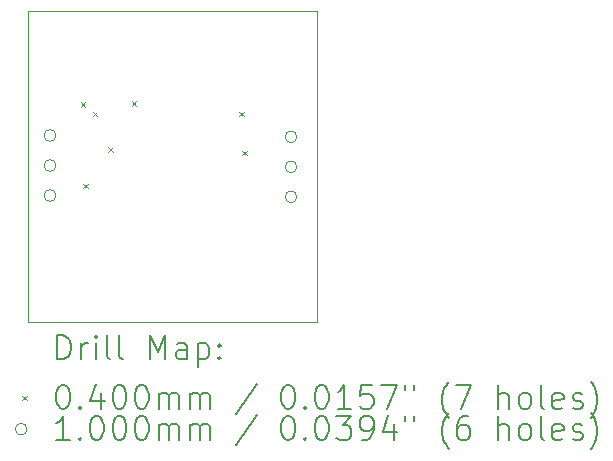
<source format=gbr>
%FSLAX45Y45*%
G04 Gerber Fmt 4.5, Leading zero omitted, Abs format (unit mm)*
G04 Created by KiCad (PCBNEW 6.0.4-6f826c9f35~116~ubuntu20.04.1) date 2022-04-29 21:07:07*
%MOMM*%
%LPD*%
G01*
G04 APERTURE LIST*
%TA.AperFunction,Profile*%
%ADD10C,0.100000*%
%TD*%
%ADD11C,0.200000*%
%ADD12C,0.040000*%
%ADD13C,0.100000*%
G04 APERTURE END LIST*
D10*
X3800000Y-5890000D02*
X3800000Y-3260000D01*
X6250000Y-5890000D02*
X3800000Y-5890000D01*
X3800000Y-3260000D02*
X6250000Y-3260000D01*
X6250000Y-3260000D02*
X6250000Y-5890000D01*
D11*
D12*
X4250000Y-4030000D02*
X4290000Y-4070000D01*
X4290000Y-4030000D02*
X4250000Y-4070000D01*
X4270000Y-4720000D02*
X4310000Y-4760000D01*
X4310000Y-4720000D02*
X4270000Y-4760000D01*
X4350000Y-4110000D02*
X4390000Y-4150000D01*
X4390000Y-4110000D02*
X4350000Y-4150000D01*
X4480000Y-4410000D02*
X4520000Y-4450000D01*
X4520000Y-4410000D02*
X4480000Y-4450000D01*
X4680000Y-4020000D02*
X4720000Y-4060000D01*
X4720000Y-4020000D02*
X4680000Y-4060000D01*
X5590000Y-4110000D02*
X5630000Y-4150000D01*
X5630000Y-4110000D02*
X5590000Y-4150000D01*
X5614950Y-4440000D02*
X5654950Y-4480000D01*
X5654950Y-4440000D02*
X5614950Y-4480000D01*
D13*
X4040000Y-4313500D02*
G75*
G03*
X4040000Y-4313500I-50000J0D01*
G01*
X4040000Y-4567500D02*
G75*
G03*
X4040000Y-4567500I-50000J0D01*
G01*
X4040000Y-4821500D02*
G75*
G03*
X4040000Y-4821500I-50000J0D01*
G01*
X6080000Y-4324500D02*
G75*
G03*
X6080000Y-4324500I-50000J0D01*
G01*
X6080000Y-4578500D02*
G75*
G03*
X6080000Y-4578500I-50000J0D01*
G01*
X6080000Y-4832500D02*
G75*
G03*
X6080000Y-4832500I-50000J0D01*
G01*
D11*
X4052619Y-6205476D02*
X4052619Y-6005476D01*
X4100238Y-6005476D01*
X4128809Y-6015000D01*
X4147857Y-6034048D01*
X4157381Y-6053095D01*
X4166905Y-6091190D01*
X4166905Y-6119762D01*
X4157381Y-6157857D01*
X4147857Y-6176905D01*
X4128809Y-6195952D01*
X4100238Y-6205476D01*
X4052619Y-6205476D01*
X4252619Y-6205476D02*
X4252619Y-6072143D01*
X4252619Y-6110238D02*
X4262143Y-6091190D01*
X4271667Y-6081667D01*
X4290714Y-6072143D01*
X4309762Y-6072143D01*
X4376429Y-6205476D02*
X4376429Y-6072143D01*
X4376429Y-6005476D02*
X4366905Y-6015000D01*
X4376429Y-6024524D01*
X4385952Y-6015000D01*
X4376429Y-6005476D01*
X4376429Y-6024524D01*
X4500238Y-6205476D02*
X4481190Y-6195952D01*
X4471667Y-6176905D01*
X4471667Y-6005476D01*
X4605000Y-6205476D02*
X4585952Y-6195952D01*
X4576429Y-6176905D01*
X4576429Y-6005476D01*
X4833571Y-6205476D02*
X4833571Y-6005476D01*
X4900238Y-6148333D01*
X4966905Y-6005476D01*
X4966905Y-6205476D01*
X5147857Y-6205476D02*
X5147857Y-6100714D01*
X5138333Y-6081667D01*
X5119286Y-6072143D01*
X5081190Y-6072143D01*
X5062143Y-6081667D01*
X5147857Y-6195952D02*
X5128810Y-6205476D01*
X5081190Y-6205476D01*
X5062143Y-6195952D01*
X5052619Y-6176905D01*
X5052619Y-6157857D01*
X5062143Y-6138809D01*
X5081190Y-6129286D01*
X5128810Y-6129286D01*
X5147857Y-6119762D01*
X5243095Y-6072143D02*
X5243095Y-6272143D01*
X5243095Y-6081667D02*
X5262143Y-6072143D01*
X5300238Y-6072143D01*
X5319286Y-6081667D01*
X5328810Y-6091190D01*
X5338333Y-6110238D01*
X5338333Y-6167381D01*
X5328810Y-6186428D01*
X5319286Y-6195952D01*
X5300238Y-6205476D01*
X5262143Y-6205476D01*
X5243095Y-6195952D01*
X5424048Y-6186428D02*
X5433571Y-6195952D01*
X5424048Y-6205476D01*
X5414524Y-6195952D01*
X5424048Y-6186428D01*
X5424048Y-6205476D01*
X5424048Y-6081667D02*
X5433571Y-6091190D01*
X5424048Y-6100714D01*
X5414524Y-6091190D01*
X5424048Y-6081667D01*
X5424048Y-6100714D01*
D12*
X3755000Y-6515000D02*
X3795000Y-6555000D01*
X3795000Y-6515000D02*
X3755000Y-6555000D01*
D11*
X4090714Y-6425476D02*
X4109762Y-6425476D01*
X4128809Y-6435000D01*
X4138333Y-6444524D01*
X4147857Y-6463571D01*
X4157381Y-6501667D01*
X4157381Y-6549286D01*
X4147857Y-6587381D01*
X4138333Y-6606428D01*
X4128809Y-6615952D01*
X4109762Y-6625476D01*
X4090714Y-6625476D01*
X4071667Y-6615952D01*
X4062143Y-6606428D01*
X4052619Y-6587381D01*
X4043095Y-6549286D01*
X4043095Y-6501667D01*
X4052619Y-6463571D01*
X4062143Y-6444524D01*
X4071667Y-6435000D01*
X4090714Y-6425476D01*
X4243095Y-6606428D02*
X4252619Y-6615952D01*
X4243095Y-6625476D01*
X4233571Y-6615952D01*
X4243095Y-6606428D01*
X4243095Y-6625476D01*
X4424048Y-6492143D02*
X4424048Y-6625476D01*
X4376429Y-6415952D02*
X4328810Y-6558809D01*
X4452619Y-6558809D01*
X4566905Y-6425476D02*
X4585952Y-6425476D01*
X4605000Y-6435000D01*
X4614524Y-6444524D01*
X4624048Y-6463571D01*
X4633571Y-6501667D01*
X4633571Y-6549286D01*
X4624048Y-6587381D01*
X4614524Y-6606428D01*
X4605000Y-6615952D01*
X4585952Y-6625476D01*
X4566905Y-6625476D01*
X4547857Y-6615952D01*
X4538333Y-6606428D01*
X4528810Y-6587381D01*
X4519286Y-6549286D01*
X4519286Y-6501667D01*
X4528810Y-6463571D01*
X4538333Y-6444524D01*
X4547857Y-6435000D01*
X4566905Y-6425476D01*
X4757381Y-6425476D02*
X4776429Y-6425476D01*
X4795476Y-6435000D01*
X4805000Y-6444524D01*
X4814524Y-6463571D01*
X4824048Y-6501667D01*
X4824048Y-6549286D01*
X4814524Y-6587381D01*
X4805000Y-6606428D01*
X4795476Y-6615952D01*
X4776429Y-6625476D01*
X4757381Y-6625476D01*
X4738333Y-6615952D01*
X4728810Y-6606428D01*
X4719286Y-6587381D01*
X4709762Y-6549286D01*
X4709762Y-6501667D01*
X4719286Y-6463571D01*
X4728810Y-6444524D01*
X4738333Y-6435000D01*
X4757381Y-6425476D01*
X4909762Y-6625476D02*
X4909762Y-6492143D01*
X4909762Y-6511190D02*
X4919286Y-6501667D01*
X4938333Y-6492143D01*
X4966905Y-6492143D01*
X4985952Y-6501667D01*
X4995476Y-6520714D01*
X4995476Y-6625476D01*
X4995476Y-6520714D02*
X5005000Y-6501667D01*
X5024048Y-6492143D01*
X5052619Y-6492143D01*
X5071667Y-6501667D01*
X5081190Y-6520714D01*
X5081190Y-6625476D01*
X5176429Y-6625476D02*
X5176429Y-6492143D01*
X5176429Y-6511190D02*
X5185952Y-6501667D01*
X5205000Y-6492143D01*
X5233571Y-6492143D01*
X5252619Y-6501667D01*
X5262143Y-6520714D01*
X5262143Y-6625476D01*
X5262143Y-6520714D02*
X5271667Y-6501667D01*
X5290714Y-6492143D01*
X5319286Y-6492143D01*
X5338333Y-6501667D01*
X5347857Y-6520714D01*
X5347857Y-6625476D01*
X5738333Y-6415952D02*
X5566905Y-6673095D01*
X5995476Y-6425476D02*
X6014524Y-6425476D01*
X6033571Y-6435000D01*
X6043095Y-6444524D01*
X6052619Y-6463571D01*
X6062143Y-6501667D01*
X6062143Y-6549286D01*
X6052619Y-6587381D01*
X6043095Y-6606428D01*
X6033571Y-6615952D01*
X6014524Y-6625476D01*
X5995476Y-6625476D01*
X5976428Y-6615952D01*
X5966905Y-6606428D01*
X5957381Y-6587381D01*
X5947857Y-6549286D01*
X5947857Y-6501667D01*
X5957381Y-6463571D01*
X5966905Y-6444524D01*
X5976428Y-6435000D01*
X5995476Y-6425476D01*
X6147857Y-6606428D02*
X6157381Y-6615952D01*
X6147857Y-6625476D01*
X6138333Y-6615952D01*
X6147857Y-6606428D01*
X6147857Y-6625476D01*
X6281190Y-6425476D02*
X6300238Y-6425476D01*
X6319286Y-6435000D01*
X6328809Y-6444524D01*
X6338333Y-6463571D01*
X6347857Y-6501667D01*
X6347857Y-6549286D01*
X6338333Y-6587381D01*
X6328809Y-6606428D01*
X6319286Y-6615952D01*
X6300238Y-6625476D01*
X6281190Y-6625476D01*
X6262143Y-6615952D01*
X6252619Y-6606428D01*
X6243095Y-6587381D01*
X6233571Y-6549286D01*
X6233571Y-6501667D01*
X6243095Y-6463571D01*
X6252619Y-6444524D01*
X6262143Y-6435000D01*
X6281190Y-6425476D01*
X6538333Y-6625476D02*
X6424048Y-6625476D01*
X6481190Y-6625476D02*
X6481190Y-6425476D01*
X6462143Y-6454048D01*
X6443095Y-6473095D01*
X6424048Y-6482619D01*
X6719286Y-6425476D02*
X6624048Y-6425476D01*
X6614524Y-6520714D01*
X6624048Y-6511190D01*
X6643095Y-6501667D01*
X6690714Y-6501667D01*
X6709762Y-6511190D01*
X6719286Y-6520714D01*
X6728809Y-6539762D01*
X6728809Y-6587381D01*
X6719286Y-6606428D01*
X6709762Y-6615952D01*
X6690714Y-6625476D01*
X6643095Y-6625476D01*
X6624048Y-6615952D01*
X6614524Y-6606428D01*
X6795476Y-6425476D02*
X6928809Y-6425476D01*
X6843095Y-6625476D01*
X6995476Y-6425476D02*
X6995476Y-6463571D01*
X7071667Y-6425476D02*
X7071667Y-6463571D01*
X7366905Y-6701667D02*
X7357381Y-6692143D01*
X7338333Y-6663571D01*
X7328809Y-6644524D01*
X7319286Y-6615952D01*
X7309762Y-6568333D01*
X7309762Y-6530238D01*
X7319286Y-6482619D01*
X7328809Y-6454048D01*
X7338333Y-6435000D01*
X7357381Y-6406428D01*
X7366905Y-6396905D01*
X7424048Y-6425476D02*
X7557381Y-6425476D01*
X7471667Y-6625476D01*
X7785952Y-6625476D02*
X7785952Y-6425476D01*
X7871667Y-6625476D02*
X7871667Y-6520714D01*
X7862143Y-6501667D01*
X7843095Y-6492143D01*
X7814524Y-6492143D01*
X7795476Y-6501667D01*
X7785952Y-6511190D01*
X7995476Y-6625476D02*
X7976428Y-6615952D01*
X7966905Y-6606428D01*
X7957381Y-6587381D01*
X7957381Y-6530238D01*
X7966905Y-6511190D01*
X7976428Y-6501667D01*
X7995476Y-6492143D01*
X8024048Y-6492143D01*
X8043095Y-6501667D01*
X8052619Y-6511190D01*
X8062143Y-6530238D01*
X8062143Y-6587381D01*
X8052619Y-6606428D01*
X8043095Y-6615952D01*
X8024048Y-6625476D01*
X7995476Y-6625476D01*
X8176428Y-6625476D02*
X8157381Y-6615952D01*
X8147857Y-6596905D01*
X8147857Y-6425476D01*
X8328809Y-6615952D02*
X8309762Y-6625476D01*
X8271667Y-6625476D01*
X8252619Y-6615952D01*
X8243095Y-6596905D01*
X8243095Y-6520714D01*
X8252619Y-6501667D01*
X8271667Y-6492143D01*
X8309762Y-6492143D01*
X8328809Y-6501667D01*
X8338333Y-6520714D01*
X8338333Y-6539762D01*
X8243095Y-6558809D01*
X8414524Y-6615952D02*
X8433571Y-6625476D01*
X8471667Y-6625476D01*
X8490714Y-6615952D01*
X8500238Y-6596905D01*
X8500238Y-6587381D01*
X8490714Y-6568333D01*
X8471667Y-6558809D01*
X8443095Y-6558809D01*
X8424048Y-6549286D01*
X8414524Y-6530238D01*
X8414524Y-6520714D01*
X8424048Y-6501667D01*
X8443095Y-6492143D01*
X8471667Y-6492143D01*
X8490714Y-6501667D01*
X8566905Y-6701667D02*
X8576429Y-6692143D01*
X8595476Y-6663571D01*
X8605000Y-6644524D01*
X8614524Y-6615952D01*
X8624048Y-6568333D01*
X8624048Y-6530238D01*
X8614524Y-6482619D01*
X8605000Y-6454048D01*
X8595476Y-6435000D01*
X8576429Y-6406428D01*
X8566905Y-6396905D01*
D13*
X3795000Y-6799000D02*
G75*
G03*
X3795000Y-6799000I-50000J0D01*
G01*
D11*
X4157381Y-6889476D02*
X4043095Y-6889476D01*
X4100238Y-6889476D02*
X4100238Y-6689476D01*
X4081190Y-6718048D01*
X4062143Y-6737095D01*
X4043095Y-6746619D01*
X4243095Y-6870428D02*
X4252619Y-6879952D01*
X4243095Y-6889476D01*
X4233571Y-6879952D01*
X4243095Y-6870428D01*
X4243095Y-6889476D01*
X4376429Y-6689476D02*
X4395476Y-6689476D01*
X4414524Y-6699000D01*
X4424048Y-6708524D01*
X4433571Y-6727571D01*
X4443095Y-6765667D01*
X4443095Y-6813286D01*
X4433571Y-6851381D01*
X4424048Y-6870428D01*
X4414524Y-6879952D01*
X4395476Y-6889476D01*
X4376429Y-6889476D01*
X4357381Y-6879952D01*
X4347857Y-6870428D01*
X4338333Y-6851381D01*
X4328810Y-6813286D01*
X4328810Y-6765667D01*
X4338333Y-6727571D01*
X4347857Y-6708524D01*
X4357381Y-6699000D01*
X4376429Y-6689476D01*
X4566905Y-6689476D02*
X4585952Y-6689476D01*
X4605000Y-6699000D01*
X4614524Y-6708524D01*
X4624048Y-6727571D01*
X4633571Y-6765667D01*
X4633571Y-6813286D01*
X4624048Y-6851381D01*
X4614524Y-6870428D01*
X4605000Y-6879952D01*
X4585952Y-6889476D01*
X4566905Y-6889476D01*
X4547857Y-6879952D01*
X4538333Y-6870428D01*
X4528810Y-6851381D01*
X4519286Y-6813286D01*
X4519286Y-6765667D01*
X4528810Y-6727571D01*
X4538333Y-6708524D01*
X4547857Y-6699000D01*
X4566905Y-6689476D01*
X4757381Y-6689476D02*
X4776429Y-6689476D01*
X4795476Y-6699000D01*
X4805000Y-6708524D01*
X4814524Y-6727571D01*
X4824048Y-6765667D01*
X4824048Y-6813286D01*
X4814524Y-6851381D01*
X4805000Y-6870428D01*
X4795476Y-6879952D01*
X4776429Y-6889476D01*
X4757381Y-6889476D01*
X4738333Y-6879952D01*
X4728810Y-6870428D01*
X4719286Y-6851381D01*
X4709762Y-6813286D01*
X4709762Y-6765667D01*
X4719286Y-6727571D01*
X4728810Y-6708524D01*
X4738333Y-6699000D01*
X4757381Y-6689476D01*
X4909762Y-6889476D02*
X4909762Y-6756143D01*
X4909762Y-6775190D02*
X4919286Y-6765667D01*
X4938333Y-6756143D01*
X4966905Y-6756143D01*
X4985952Y-6765667D01*
X4995476Y-6784714D01*
X4995476Y-6889476D01*
X4995476Y-6784714D02*
X5005000Y-6765667D01*
X5024048Y-6756143D01*
X5052619Y-6756143D01*
X5071667Y-6765667D01*
X5081190Y-6784714D01*
X5081190Y-6889476D01*
X5176429Y-6889476D02*
X5176429Y-6756143D01*
X5176429Y-6775190D02*
X5185952Y-6765667D01*
X5205000Y-6756143D01*
X5233571Y-6756143D01*
X5252619Y-6765667D01*
X5262143Y-6784714D01*
X5262143Y-6889476D01*
X5262143Y-6784714D02*
X5271667Y-6765667D01*
X5290714Y-6756143D01*
X5319286Y-6756143D01*
X5338333Y-6765667D01*
X5347857Y-6784714D01*
X5347857Y-6889476D01*
X5738333Y-6679952D02*
X5566905Y-6937095D01*
X5995476Y-6689476D02*
X6014524Y-6689476D01*
X6033571Y-6699000D01*
X6043095Y-6708524D01*
X6052619Y-6727571D01*
X6062143Y-6765667D01*
X6062143Y-6813286D01*
X6052619Y-6851381D01*
X6043095Y-6870428D01*
X6033571Y-6879952D01*
X6014524Y-6889476D01*
X5995476Y-6889476D01*
X5976428Y-6879952D01*
X5966905Y-6870428D01*
X5957381Y-6851381D01*
X5947857Y-6813286D01*
X5947857Y-6765667D01*
X5957381Y-6727571D01*
X5966905Y-6708524D01*
X5976428Y-6699000D01*
X5995476Y-6689476D01*
X6147857Y-6870428D02*
X6157381Y-6879952D01*
X6147857Y-6889476D01*
X6138333Y-6879952D01*
X6147857Y-6870428D01*
X6147857Y-6889476D01*
X6281190Y-6689476D02*
X6300238Y-6689476D01*
X6319286Y-6699000D01*
X6328809Y-6708524D01*
X6338333Y-6727571D01*
X6347857Y-6765667D01*
X6347857Y-6813286D01*
X6338333Y-6851381D01*
X6328809Y-6870428D01*
X6319286Y-6879952D01*
X6300238Y-6889476D01*
X6281190Y-6889476D01*
X6262143Y-6879952D01*
X6252619Y-6870428D01*
X6243095Y-6851381D01*
X6233571Y-6813286D01*
X6233571Y-6765667D01*
X6243095Y-6727571D01*
X6252619Y-6708524D01*
X6262143Y-6699000D01*
X6281190Y-6689476D01*
X6414524Y-6689476D02*
X6538333Y-6689476D01*
X6471667Y-6765667D01*
X6500238Y-6765667D01*
X6519286Y-6775190D01*
X6528809Y-6784714D01*
X6538333Y-6803762D01*
X6538333Y-6851381D01*
X6528809Y-6870428D01*
X6519286Y-6879952D01*
X6500238Y-6889476D01*
X6443095Y-6889476D01*
X6424048Y-6879952D01*
X6414524Y-6870428D01*
X6633571Y-6889476D02*
X6671667Y-6889476D01*
X6690714Y-6879952D01*
X6700238Y-6870428D01*
X6719286Y-6841857D01*
X6728809Y-6803762D01*
X6728809Y-6727571D01*
X6719286Y-6708524D01*
X6709762Y-6699000D01*
X6690714Y-6689476D01*
X6652619Y-6689476D01*
X6633571Y-6699000D01*
X6624048Y-6708524D01*
X6614524Y-6727571D01*
X6614524Y-6775190D01*
X6624048Y-6794238D01*
X6633571Y-6803762D01*
X6652619Y-6813286D01*
X6690714Y-6813286D01*
X6709762Y-6803762D01*
X6719286Y-6794238D01*
X6728809Y-6775190D01*
X6900238Y-6756143D02*
X6900238Y-6889476D01*
X6852619Y-6679952D02*
X6805000Y-6822809D01*
X6928809Y-6822809D01*
X6995476Y-6689476D02*
X6995476Y-6727571D01*
X7071667Y-6689476D02*
X7071667Y-6727571D01*
X7366905Y-6965667D02*
X7357381Y-6956143D01*
X7338333Y-6927571D01*
X7328809Y-6908524D01*
X7319286Y-6879952D01*
X7309762Y-6832333D01*
X7309762Y-6794238D01*
X7319286Y-6746619D01*
X7328809Y-6718048D01*
X7338333Y-6699000D01*
X7357381Y-6670428D01*
X7366905Y-6660905D01*
X7528809Y-6689476D02*
X7490714Y-6689476D01*
X7471667Y-6699000D01*
X7462143Y-6708524D01*
X7443095Y-6737095D01*
X7433571Y-6775190D01*
X7433571Y-6851381D01*
X7443095Y-6870428D01*
X7452619Y-6879952D01*
X7471667Y-6889476D01*
X7509762Y-6889476D01*
X7528809Y-6879952D01*
X7538333Y-6870428D01*
X7547857Y-6851381D01*
X7547857Y-6803762D01*
X7538333Y-6784714D01*
X7528809Y-6775190D01*
X7509762Y-6765667D01*
X7471667Y-6765667D01*
X7452619Y-6775190D01*
X7443095Y-6784714D01*
X7433571Y-6803762D01*
X7785952Y-6889476D02*
X7785952Y-6689476D01*
X7871667Y-6889476D02*
X7871667Y-6784714D01*
X7862143Y-6765667D01*
X7843095Y-6756143D01*
X7814524Y-6756143D01*
X7795476Y-6765667D01*
X7785952Y-6775190D01*
X7995476Y-6889476D02*
X7976428Y-6879952D01*
X7966905Y-6870428D01*
X7957381Y-6851381D01*
X7957381Y-6794238D01*
X7966905Y-6775190D01*
X7976428Y-6765667D01*
X7995476Y-6756143D01*
X8024048Y-6756143D01*
X8043095Y-6765667D01*
X8052619Y-6775190D01*
X8062143Y-6794238D01*
X8062143Y-6851381D01*
X8052619Y-6870428D01*
X8043095Y-6879952D01*
X8024048Y-6889476D01*
X7995476Y-6889476D01*
X8176428Y-6889476D02*
X8157381Y-6879952D01*
X8147857Y-6860905D01*
X8147857Y-6689476D01*
X8328809Y-6879952D02*
X8309762Y-6889476D01*
X8271667Y-6889476D01*
X8252619Y-6879952D01*
X8243095Y-6860905D01*
X8243095Y-6784714D01*
X8252619Y-6765667D01*
X8271667Y-6756143D01*
X8309762Y-6756143D01*
X8328809Y-6765667D01*
X8338333Y-6784714D01*
X8338333Y-6803762D01*
X8243095Y-6822809D01*
X8414524Y-6879952D02*
X8433571Y-6889476D01*
X8471667Y-6889476D01*
X8490714Y-6879952D01*
X8500238Y-6860905D01*
X8500238Y-6851381D01*
X8490714Y-6832333D01*
X8471667Y-6822809D01*
X8443095Y-6822809D01*
X8424048Y-6813286D01*
X8414524Y-6794238D01*
X8414524Y-6784714D01*
X8424048Y-6765667D01*
X8443095Y-6756143D01*
X8471667Y-6756143D01*
X8490714Y-6765667D01*
X8566905Y-6965667D02*
X8576429Y-6956143D01*
X8595476Y-6927571D01*
X8605000Y-6908524D01*
X8614524Y-6879952D01*
X8624048Y-6832333D01*
X8624048Y-6794238D01*
X8614524Y-6746619D01*
X8605000Y-6718048D01*
X8595476Y-6699000D01*
X8576429Y-6670428D01*
X8566905Y-6660905D01*
M02*

</source>
